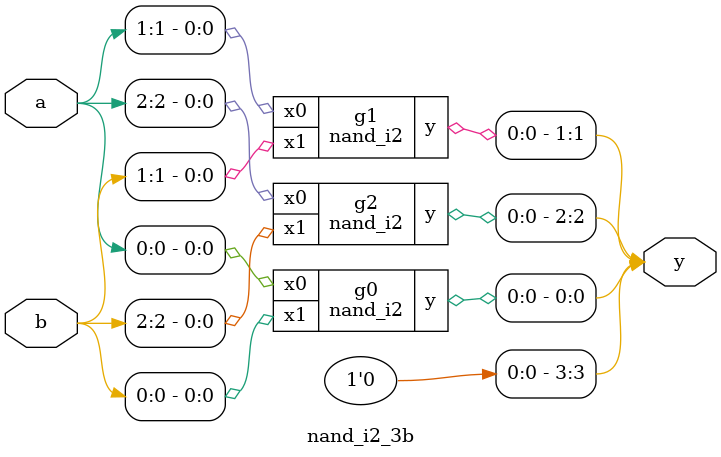
<source format=v>
module nand_i3(y, x0, x1, x2);
	output y;
	input x0, x1, x2;
		
	assign y = ~(x0 & x1 & x2);
endmodule
	
module nand_i2(y, x0, x1);
	output y;
	input x0, x1;
		
	assign y = ~(x0 & x1);
endmodule

module nand_i2_3b(y, a, b);
	output [3:0] y;
	input  [2:0] a, b;
      
	nand_i2 g0(y[0], a[0], b[0]);
	nand_i2 g1(y[1], a[1], b[1]);
	nand_i2 g2(y[2], a[2], b[2]);
	assign y[3] = 1'b0;
endmodule // and_i2_3b

</source>
